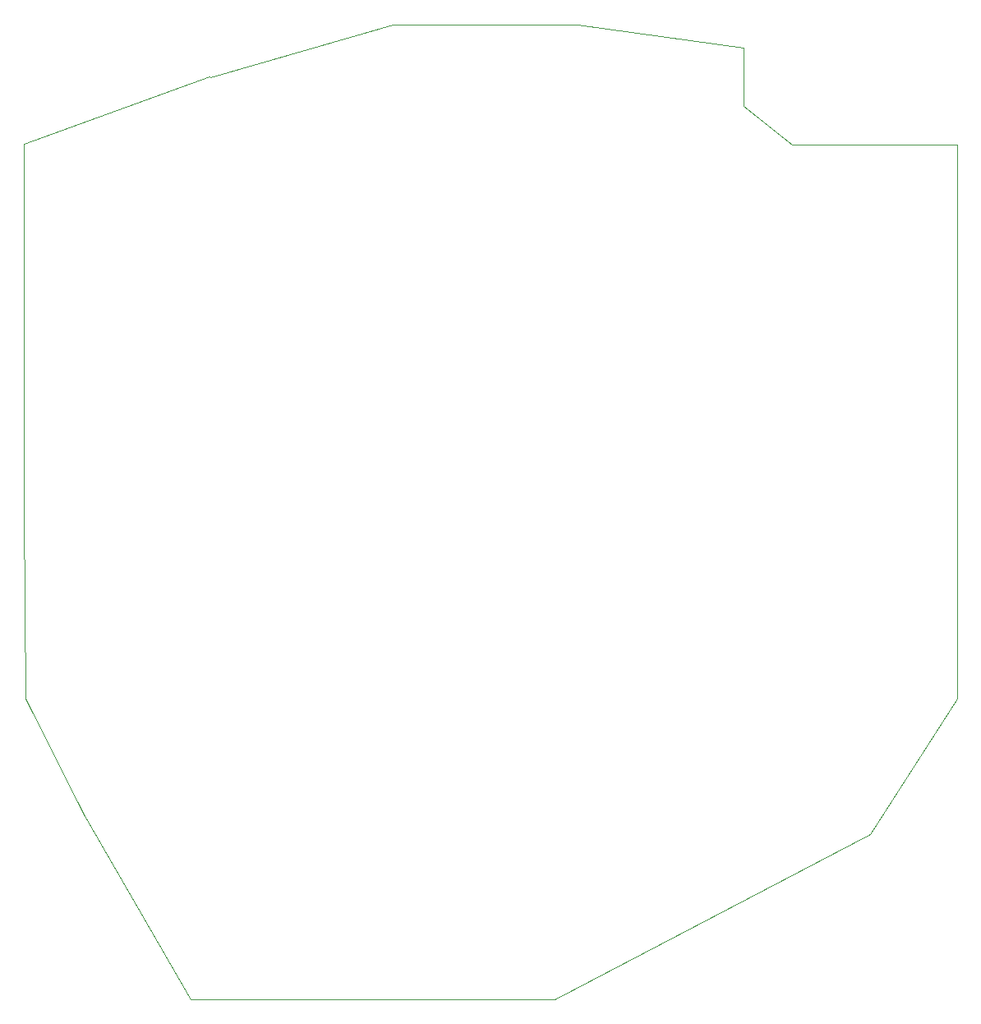
<source format=gbr>
%TF.GenerationSoftware,KiCad,Pcbnew,7.0.8-7.0.8~ubuntu22.04.1*%
%TF.CreationDate,2023-10-29T15:08:38+03:00*%
%TF.ProjectId,Keeb,4b656562-2e6b-4696-9361-645f70636258,rev?*%
%TF.SameCoordinates,Original*%
%TF.FileFunction,Profile,NP*%
%FSLAX46Y46*%
G04 Gerber Fmt 4.6, Leading zero omitted, Abs format (unit mm)*
G04 Created by KiCad (PCBNEW 7.0.8-7.0.8~ubuntu22.04.1) date 2023-10-29 15:08:38*
%MOMM*%
%LPD*%
G01*
G04 APERTURE LIST*
%TA.AperFunction,Profile*%
%ADD10C,0.050000*%
%TD*%
G04 APERTURE END LIST*
D10*
X185710000Y-29370000D02*
X185710000Y-35370000D01*
X190710000Y-39370000D01*
X207710000Y-39370000D01*
X207710000Y-96370000D01*
X198710000Y-110400000D01*
X166170000Y-127400000D01*
X128710000Y-127400000D01*
X117710000Y-108370000D01*
X111710000Y-96370000D01*
X111482766Y-77292168D01*
X111482766Y-39292168D01*
X130680000Y-32280000D01*
X130710000Y-32370000D01*
X149560000Y-26960000D01*
X168560000Y-26960000D01*
X185710000Y-29370000D01*
M02*

</source>
